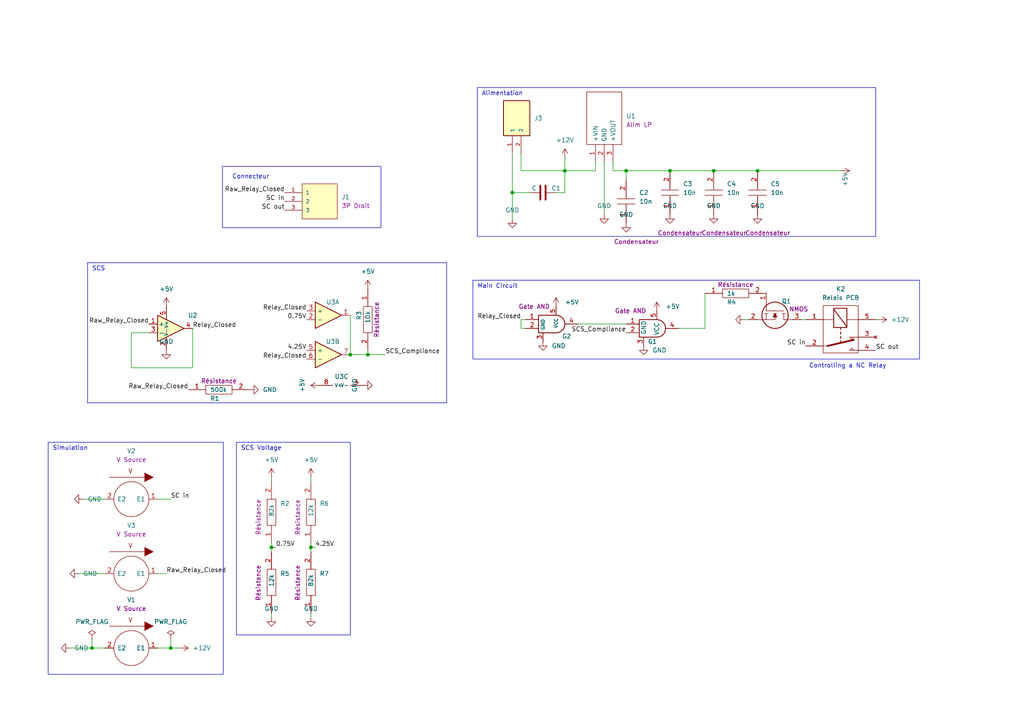
<source format=kicad_sch>
(kicad_sch (version 20231120) (generator "eeschema") (generator_version "8.0")
  (paper "A4")
  (lib_symbols
    (symbol "Device:C" (pin_numbers hide) (pin_names (offset 0.254))
      (property "Reference" "C" (at 0.635 2.54 0))
      (property "Value" "C" (at 0.635 -2.54 0))
      (symbol "C_0_1"
        (polyline (pts (xy -2.032 -0.762) (xy 2.032 -0.762)) (stroke (width 0.508)))
        (polyline (pts (xy -2.032 0.762) (xy 2.032 0.762)) (stroke (width 0.508)))
      )
      (symbol "C_1_1"
        (pin passive line (at 0 3.81 270) (length 2.794) (name "~") (number "1"))
        (pin passive line (at 0 -3.81 90) (length 2.794) (name "~") (number "2"))
      )
    )
    (symbol "EPSA_Lib:NMOS SQ2348ES-T1_GE3" (pin_names (offset 0.762))
      (property "Reference" "Q" (at 41.91 12.7 0))
      (property "Render Name" "NMOS" (at 15.875 0.635 0))
      (symbol "NMOS SQ2348ES-T1_GE3_0_0"
        (pin passive line (at 13.335 12.065 270) (length 2.54) (name "~") (number "1"))
        (pin passive line (at 8.255 4.445 0) (length 2.54) (name "~") (number "2"))
        (pin passive line (at 23.495 4.445 180) (length 2.54) (name "~") (number "3"))
      )
      (symbol "NMOS SQ2348ES-T1_GE3_0_1"
        (polyline (pts (xy 12.827 6.223) (xy 13.843 6.223)) (stroke (width 0.1524)))
        (polyline (pts (xy 13.335 6.223) (xy 13.335 4.445)) (stroke (width 0.1524)))
        (polyline (pts (xy 15.367 6.223) (xy 16.383 6.223)) (stroke (width 0.1524)))
        (polyline (pts (xy 15.875 4.445) (xy 10.795 4.445)) (stroke (width 0.1524)))
        (polyline (pts (xy 15.875 4.445) (xy 15.875 6.223)) (stroke (width 0.1524)))
        (polyline (pts (xy 18.415 4.445) (xy 18.415 6.223)) (stroke (width 0.1524)))
        (polyline (pts (xy 18.415 4.445) (xy 20.955 4.445)) (stroke (width 0.1524)))
        (polyline (pts (xy 18.923 6.223) (xy 17.907 6.223)) (stroke (width 0.1524)))
        (polyline (pts (xy 13.335 9.525) (xy 13.335 6.985) (xy 18.415 6.985)) (stroke (width 0.1524)))
        (polyline (pts (xy 15.875 6.223) (xy 16.383 5.207) (xy 15.367 5.207) (xy 15.875 6.223)) (stroke (width 0.254)) (fill (type outline)))
        (circle (center 15.875 5.715) (radius 3.81) (stroke (width 0.254)))
      )
    )
    (symbol "EPSA_Lib:Relais PCB" (pin_names (offset 0.762))
      (property "Reference" "K" (at 11.938 11.43 0))
      (property "Value" "Relais PCB" (at 7.62 9.398 0))
      (symbol "Relais PCB_0_1"
        (polyline (pts (xy 7.62 7.874) (xy 17.78 7.874) (xy 17.78 -5.842) (xy 7.62 -5.842) (xy 7.62 7.874)) (stroke (width 0.1524)))
      )
      (symbol "Relais PCB_1_0"
        (pin passive line (at 2.54 3.81 0) (length 5.08) (name "") (number "1"))
        (pin passive line (at 2.54 -3.81 0) (length 5.08) (name "") (number "2"))
        (pin no_connect line (at 22.86 -1.27 180) (length 5.08) (name "") (number "3"))
        (pin passive line (at 22.86 -5.08 180) (length 5.08) (name "") (number "4"))
        (pin passive line (at 22.86 3.81 180) (length 5.08) (name "") (number "5"))
      )
      (symbol "Relais PCB_1_1"
        (polyline (pts (xy 8.89 -3.81) (xy 7.62 -3.81)))
        (polyline (pts (xy 8.89 -3.81) (xy 16.51 -2.032)) (stroke (width 0.508)))
        (polyline (pts (xy 10.668 3.81) (xy 7.62 3.81)))
        (polyline (pts (xy 10.668 6.858) (xy 14.478 1.778)) (stroke (width 0.254)))
        (polyline (pts (xy 12.7 -2.286) (xy 12.7 -2.921)) (stroke (width 0.254)))
        (polyline (pts (xy 12.7 -1.016) (xy 12.7 -1.651)) (stroke (width 0.254)))
        (polyline (pts (xy 12.7 0.254) (xy 12.7 -0.381)) (stroke (width 0.254)))
        (polyline (pts (xy 12.7 1.524) (xy 12.7 0.889)) (stroke (width 0.254)))
        (polyline (pts (xy 17.78 -5.08) (xy 16.51 -5.08)))
        (polyline (pts (xy 17.78 -1.27) (xy 16.51 -1.27)))
        (polyline (pts (xy 17.78 3.81) (xy 14.478 3.81)))
        (polyline (pts (xy 15.24 -5.08) (xy 16.51 -5.08) (xy 15.875 -4.445) (xy 15.24 -5.08)))
        (polyline (pts (xy 16.51 -1.27) (xy 15.24 -1.27) (xy 15.875 -1.905) (xy 16.51 -1.27)))
        (rectangle (start 10.668 7.112) (end 14.478 1.524) (stroke (width 0.254)))
      )
    )
    (symbol "EPSA_lib:2P Droit 22-11-2022" (pin_names (offset 1.016))
      (property "Reference" "J" (at 0 -2.54 0))
      (symbol "2P Droit 22-11-2022_0_0"
        (rectangle (start -5.08 2.54) (end 5.08 -5.08) (stroke (width 0.254)) (fill (type background)))
        (pin passive line (at -10.16 0 0) (length 5.08) (name "1") (number "1"))
        (pin passive line (at -10.16 -2.54 0) (length 5.08) (name "2") (number "2"))
      )
    )
    (symbol "EPSA_lib:3P Droit 22-11-2032" (pin_names (offset 1.016))
      (property "Reference" "J" (at 0 -1.27 0))
      (property "Render Name" "3P Droit" (at 0 6.35 0))
      (symbol "3P Droit 22-11-2032_0_0"
        (rectangle (start -5.08 -5.08) (end 5.08 5.08) (stroke (width 0.1524)) (fill (type background)))
        (pin passive line (at -10.16 2.54 0) (length 5.08) (name "1") (number "1"))
        (pin passive line (at -10.16 0 0) (length 5.08) (name "2") (number "2"))
        (pin passive line (at -10.16 -2.54 0) (length 5.08) (name "3") (number "3"))
      )
    )
    (symbol "EPSA_lib:Alim LP TSR_0.5-2450" (pin_names (offset 0.762))
      (property "Reference" "U" (at 20.32 11.43 0))
      (property "Render Name" "Alim LP" (at 11.43 8.89 0))
      (symbol "Alim LP TSR_0.5-2450_0_0"
        (pin passive line (at -1.27 5.08 0) (length 5.08) (name "+VIN") (number "1"))
        (pin passive line (at -1.27 2.54 0) (length 5.08) (name "GND") (number "2"))
        (pin passive line (at -1.27 0 0) (length 5.08) (name "+VOUT") (number "3"))
      )
      (symbol "Alim LP TSR_0.5-2450_0_1"
        (polyline (pts (xy 3.81 7.62) (xy 19.05 7.62) (xy 19.05 -2.54) (xy 3.81 -2.54) (xy 3.81 7.62)) (stroke (width 0.1524)))
      )
    )
    (symbol "EPSA_lib:Comparator_Dual"
      (property "Reference" "CP" (at 7.62 -2.54 0))
      (symbol "Comparator_Dual_1_1"
        (polyline (pts (xy 0 3.81) (xy 0 -3.81) (xy 7.62 0) (xy 0 3.81)) (stroke (width 0.254)) (fill (type background)))
        (pin open_collector line (at 10.16 0 180) (length 2.54) (name "~") (number "1"))
        (pin input line (at -2.54 -1.27 0) (length 2.54) (name "-") (number "2"))
        (pin input line (at -2.54 1.27 0) (length 2.54) (name "+") (number "3"))
      )
      (symbol "Comparator_Dual_2_1"
        (polyline (pts (xy 0 3.81) (xy 7.62 0) (xy 0 -3.81) (xy 0 3.81)) (stroke (width 0.254)) (fill (type background)))
        (pin input line (at -2.54 1.27 0) (length 2.54) (name "+") (number "5"))
        (pin input line (at -2.54 -1.27 0) (length 2.54) (name "-") (number "6"))
        (pin open_collector line (at 10.16 0 180) (length 2.54) (name "~") (number "7"))
      )
      (symbol "Comparator_Dual_3_1"
        (pin power_in line (at 0 -6.35 90) (length 3.81) (name "V-") (number "4"))
        (pin power_in line (at 0 6.35 270) (length 3.81) (name "V+") (number "8"))
      )
    )
    (symbol "EPSA_lib:Condensateur 0805Y1000104JXT" (pin_names (offset 0.762))
      (property "Reference" "C" (at 1.5 -1.8 0))
      (property "Value" "10u" (at 11.43 -2.54 0))
      (property "Render Name" "Condensateur" (at 6.35 3.81 0))
      (symbol "Condensateur 0805Y1000104JXT_0_0"
        (pin passive line (at 0 0 0) (length 5.08) (name "~") (number "1"))
        (pin passive line (at 12.7 0 180) (length 5.08) (name "~") (number "2"))
      )
      (symbol "Condensateur 0805Y1000104JXT_0_1"
        (polyline (pts (xy 5.08 0) (xy 5.588 0)) (stroke (width 0.1524)))
        (polyline (pts (xy 5.588 2.54) (xy 5.588 -2.54)) (stroke (width 0.1524)))
        (polyline (pts (xy 7.112 0) (xy 7.62 0)) (stroke (width 0.1524)))
        (polyline (pts (xy 7.112 2.54) (xy 7.112 -2.54)) (stroke (width 0.1524)))
      )
    )
    (symbol "EPSA_lib:Gate AND SN74AHCT1G08DBVR" (pin_names (offset 0.762))
      (property "Reference" "G" (at 2.54 -3.81 0))
      (property "Render Name" "Gate AND" (at -1.27 5.08 0))
      (symbol "Gate AND SN74AHCT1G08DBVR_1_1"
        (polyline (pts (xy 5.08 -2.54) (xy 0 -2.54) (xy 0 2.54) (xy 5.08 2.54)) (stroke (width 0.254)))
        (arc (start 5.1025 -2.54) (mid 7.6201 0) (end 5.1025 2.54) (stroke (width 0.254)))
        (pin input line (at -3.81 1.27 0) (length 3.81) (name "~") (number "1"))
        (pin input line (at -3.81 -1.27 0) (length 3.81) (name "~") (number "2"))
        (pin power_in line (at 1.27 -5.08 90) (length 2.54) (name "GND") (number "3"))
        (pin output line (at 11.43 0 180) (length 3.81) (name "~") (number "4"))
        (pin power_in line (at 5.08 5.08 270) (length 2.54) (name "VCC") (number "5"))
      )
    )
    (symbol "EPSA_lib:Opamp" (pin_names (offset 0.254))
      (property "Reference" "U" (at 2.54 2.54 0))
      (symbol "Opamp_0_1"
        (polyline (pts (xy 5.08 0) (xy -2.54 3.81) (xy -2.54 -3.81) (xy 5.08 0)) (stroke (width 0.254)) (fill (type background)))
      )
      (symbol "Opamp_1_1"
        (pin input line (at -5.08 1.27 0) (length 2.54) (name "+") (number "1"))
        (pin power_in line (at 0 -6.35 90) (length 3.81) (name "V-") (number "2"))
        (pin input line (at -5.08 -1.27 0) (length 2.54) (name "-") (number "3"))
        (pin output line (at 7.62 0 180) (length 2.54) (name "~") (number "4"))
        (pin power_in line (at 0 6.35 270) (length 3.81) (name "V+") (number "5"))
      )
    )
    (symbol "EPSA_lib:Résistance RK73H2BLTDD2152F" (pin_names (offset 0.762))
      (property "Reference" "R" (at 25.4 5.08 0))
      (property "Value" "10" (at 7.62 0 0))
      (property "Render Name" "Résistance" (at 8.89 2.54 0))
      (symbol "Résistance RK73H2BLTDD2152F_0_0"
        (pin passive line (at 0 0 0) (length 5.08) (name "~") (number "1"))
        (pin passive line (at 17.78 0 180) (length 5.08) (name "~") (number "2"))
      )
      (symbol "Résistance RK73H2BLTDD2152F_0_1"
        (polyline (pts (xy 5.08 1.27) (xy 12.7 1.27) (xy 12.7 -1.27) (xy 5.08 -1.27) (xy 5.08 1.27)) (stroke (width 0.1524)))
      )
    )
    (symbol "EPSA_lib:VSOURCE" (pin_names (offset 1.016)) (in_bom no) (on_board no)
      (property "Reference" "V" (at 8.89 12.7 0))
      (property "Render Name" "V Source" (at -1.27 10.16 0))
      (symbol "VSOURCE_0_1"
        (circle (center -1.27 0) (radius 5.08))
        (polyline (pts (xy -7.62 6.35) (xy 2.54 6.35)) (fill (type outline)))
        (polyline (pts (xy 2.54 7.62) (xy 5.08 6.35) (xy 2.54 5.08)) (fill (type outline)))
        (text "V" (at -1.524 8.128 0) (effects (font (size 1.27 1.27))))
      )
      (symbol "VSOURCE_1_1"
        (pin input line (at 6.35 0 180) (length 2.54) (name "E1") (number "1"))
        (pin input line (at -8.89 0 0) (length 2.54) (name "E2") (number "2"))
      )
    )
    (symbol "Gate AND SN74AHCT1G08DBVR_1" (pin_names (offset 0.762))
      (property "Reference" "G" (at 2.54 -3.81 0))
      (symbol "Gate AND SN74AHCT1G08DBVR_1_1_1"
        (polyline (pts (xy 5.08 -2.54) (xy 0 -2.54) (xy 0 2.54) (xy 5.08 2.54)) (stroke (width 0.254)))
        (arc (start 5.1025 -2.54) (mid 7.6201 0) (end 5.1025 2.54) (stroke (width 0.254)))
        (pin input line (at -3.81 1.27 0) (length 3.81) (name "~") (number "1"))
        (pin input line (at -3.81 -1.27 0) (length 3.81) (name "~") (number "2"))
        (pin power_in line (at 1.27 -5.08 90) (length 2.54) (name "GND") (number "3"))
        (pin output line (at 11.43 0 180) (length 3.81) (name "~") (number "4"))
        (pin power_in line (at 5.08 5.08 270) (length 2.54) (name "VCC") (number "5"))
      )
    )
    (symbol "Résistance RK73H2BLTDD2152F_1" (pin_names (offset 0.762))
      (property "Reference" "R" (at 25.4 5.08 0))
      (property "Value" "10" (at 7.62 0 0))
      (property "Render Name" "Résistance" (at 8.89 2.54 0))
      (symbol "Résistance RK73H2BLTDD2152F_1_0_0"
        (pin passive line (at 0 0 0) (length 5.08) (name "~") (number "1"))
        (pin passive line (at 17.78 0 180) (length 5.08) (name "~") (number "2"))
      )
      (symbol "Résistance RK73H2BLTDD2152F_1_0_1"
        (polyline (pts (xy 5.08 1.27) (xy 12.7 1.27) (xy 12.7 -1.27) (xy 5.08 -1.27) (xy 5.08 1.27)) (stroke (width 0.1524)))
      )
    )
    (symbol "Résistance RK73H2BLTDD2152F_3" (pin_names (offset 0.762))
      (property "Reference" "R" (at 25.4 5.08 0))
      (property "Value" "10" (at 7.62 0 0))
      (property "Render Name" "Résistance" (at 8.89 2.54 0))
      (symbol "Résistance RK73H2BLTDD2152F_3_0_0"
        (pin passive line (at 0 0 0) (length 5.08) (name "~") (number "1"))
        (pin passive line (at 17.78 0 180) (length 5.08) (name "~") (number "2"))
      )
      (symbol "Résistance RK73H2BLTDD2152F_3_0_1"
        (polyline (pts (xy 5.08 1.27) (xy 12.7 1.27) (xy 12.7 -1.27) (xy 5.08 -1.27) (xy 5.08 1.27)) (stroke (width 0.1524)))
      )
    )
    (symbol "Résistance RK73H2BLTDD2152F_4" (pin_names (offset 0.762))
      (property "Reference" "R" (at 25.4 5.08 0))
      (property "Value" "10" (at 7.62 0 0))
      (property "Render Name" "Résistance" (at 8.89 2.54 0))
      (symbol "Résistance RK73H2BLTDD2152F_4_0_0"
        (pin passive line (at 0 0 0) (length 5.08) (name "~") (number "1"))
        (pin passive line (at 17.78 0 180) (length 5.08) (name "~") (number "2"))
      )
      (symbol "Résistance RK73H2BLTDD2152F_4_0_1"
        (polyline (pts (xy 5.08 1.27) (xy 12.7 1.27) (xy 12.7 -1.27) (xy 5.08 -1.27) (xy 5.08 1.27)) (stroke (width 0.1524)))
      )
    )
    (symbol "Résistance RK73H2BLTDD2152F_5" (pin_names (offset 0.762))
      (property "Reference" "R" (at 25.4 5.08 0))
      (property "Value" "10" (at 7.62 0 0))
      (property "Render Name" "Résistance" (at 8.89 2.54 0))
      (symbol "Résistance RK73H2BLTDD2152F_5_0_0"
        (pin passive line (at 0 0 0) (length 5.08) (name "~") (number "1"))
        (pin passive line (at 17.78 0 180) (length 5.08) (name "~") (number "2"))
      )
      (symbol "Résistance RK73H2BLTDD2152F_5_0_1"
        (polyline (pts (xy 5.08 1.27) (xy 12.7 1.27) (xy 12.7 -1.27) (xy 5.08 -1.27) (xy 5.08 1.27)) (stroke (width 0.1524)))
      )
    )
    (symbol "power:+12V" (power) (pin_names (offset 0))
      (property "Value" "+12V" (at 0 3.556 0))
      (symbol "+12V_0_1"
        (polyline (pts (xy -0.762 1.27) (xy 0 2.54)))
        (polyline (pts (xy 0 0) (xy 0 2.54)))
        (polyline (pts (xy 0 2.54) (xy 0.762 1.27)))
      )
      (symbol "+12V_1_1"
        (pin power_in line (at 0 0 90) (length 0) hide (name "+12V") (number "1"))
      )
    )
    (symbol "power:+5V" (power) (pin_names (offset 0))
      (property "Value" "+5V" (at 0 3.556 0))
      (symbol "+5V_0_1"
        (polyline (pts (xy -0.762 1.27) (xy 0 2.54)))
        (polyline (pts (xy 0 0) (xy 0 2.54)))
        (polyline (pts (xy 0 2.54) (xy 0.762 1.27)))
      )
      (symbol "+5V_1_1"
        (pin power_in line (at 0 0 90) (length 0) hide (name "+5V") (number "1"))
      )
    )
    (symbol "power:GND" (power) (pin_names (offset 0))
      (property "Value" "GND" (at 0 -3.81 0))
      (symbol "GND_0_1"
        (polyline (pts (xy 0 0) (xy 0 -1.27) (xy 1.27 -1.27) (xy 0 -2.54) (xy -1.27 -1.27) (xy 0 -1.27)))
      )
      (symbol "GND_1_1"
        (pin power_in line (at 0 0 270) (length 0) hide (name "GND") (number "1"))
      )
    )
    (symbol "power:PWR_FLAG" (power) (pin_numbers hide) (pin_names (offset 0) hide)
      (property "Value" "PWR_FLAG" (at 0 3.81 0))
      (symbol "PWR_FLAG_0_0"
        (pin power_out line (at 0 0 90) (length 0) (name "pwr") (number "1"))
      )
      (symbol "PWR_FLAG_0_1"
        (polyline (pts (xy 0 0) (xy 0 1.27) (xy -1.016 1.905) (xy 0 2.54) (xy 1.016 1.905) (xy 0 1.27)))
      )
    )
  )
  (junction (at 101.6 102.87))
  (junction (at 148.59 55.88))
  (junction (at 49.53 187.96))
  (junction (at 194.31 49.53))
  (junction (at 78.74 158.75))
  (junction (at 163.83 49.53))
  (junction (at 106.68 102.87))
  (junction (at 26.67 187.96))
  (junction (at 90.17 158.75))
  (junction (at 207.01 49.53))
  (junction (at 219.71 49.53))
  (junction (at 181.61 49.53))
  (wire (pts (xy 207.01 49.53) (xy 219.71 49.53)))
  (wire (pts (xy 177.8 46.99) (xy 177.8 49.53)))
  (wire (pts (xy 181.61 52.07) (xy 181.61 49.53)))
  (wire (pts (xy 167.64 93.98) (xy 181.61 93.98)))
  (wire (pts (xy 151.13 44.45) (xy 151.13 49.53)))
  (wire (pts (xy 38.1 96.52) (xy 38.1 106.68)))
  (wire (pts (xy 161.29 55.88) (xy 163.83 55.88)))
  (wire (pts (xy 172.72 46.99) (xy 172.72 49.53)))
  (wire (pts (xy 196.85 95.25) (xy 204.47 95.25)))
  (wire (pts (xy 78.74 177.8) (xy 78.74 179.07)))
  (wire (pts (xy 45.72 166.37) (xy 48.26 166.37)))
  (wire (pts (xy 254.635 92.71) (xy 254 92.71)))
  (wire (pts (xy 78.74 158.75) (xy 78.74 160.02)))
  (wire (pts (xy 90.17 158.75) (xy 90.17 160.02)))
  (wire (pts (xy 163.83 55.88) (xy 163.83 49.53)))
  (wire (pts (xy 232.41 92.71) (xy 233.68 92.71)))
  (wire (pts (xy 45.72 144.78) (xy 49.53 144.78)))
  (wire (pts (xy 52.07 187.96) (xy 49.53 187.96)))
  (wire (pts (xy 20.32 187.96) (xy 26.67 187.96)))
  (wire (pts (xy 49.53 185.42) (xy 49.53 187.96)))
  (polyline (pts (xy 101.6 184.15) (xy 68.58 184.15)))
  (wire (pts (xy 26.67 187.96) (xy 30.48 187.96)))
  (polyline (pts (xy 129.54 76.2) (xy 25.4 76.2)))
  (wire (pts (xy 172.72 49.53) (xy 163.83 49.53)))
  (wire (pts (xy 175.26 46.99) (xy 175.26 62.23)))
  (polyline (pts (xy 101.6 128.27) (xy 101.6 184.15)))
  (wire (pts (xy 90.17 177.8) (xy 90.17 179.07)))
  (wire (pts (xy 177.8 49.53) (xy 181.61 49.53)))
  (polyline (pts (xy 25.4 116.84) (xy 129.54 116.84)))
  (wire (pts (xy 26.67 185.42) (xy 26.67 187.96)))
  (wire (pts (xy 90.17 138.43) (xy 90.17 139.7)))
  (wire (pts (xy 38.1 106.68) (xy 55.88 106.68)))
  (wire (pts (xy 194.31 49.53) (xy 207.01 49.53)))
  (wire (pts (xy 148.59 44.45) (xy 148.59 55.88)))
  (wire (pts (xy 151.13 92.71) (xy 151.13 95.25)))
  (polyline (pts (xy 138.43 25.4) (xy 138.43 68.58)))
  (wire (pts (xy 101.6 102.87) (xy 106.68 102.87)))
  (wire (pts (xy 45.72 187.96) (xy 49.53 187.96)))
  (wire (pts (xy 151.13 95.25) (xy 152.4 95.25)))
  (wire (pts (xy 22.86 166.37) (xy 30.48 166.37)))
  (wire (pts (xy 163.83 45.72) (xy 163.83 49.53)))
  (polyline (pts (xy 254 25.4) (xy 138.43 25.4)))
  (polyline (pts (xy 68.58 128.27) (xy 101.6 128.27)))
  (wire (pts (xy 151.13 49.53) (xy 163.83 49.53)))
  (polyline (pts (xy 129.54 116.84) (xy 129.54 76.2)))
  (wire (pts (xy 148.59 55.88) (xy 153.67 55.88)))
  (wire (pts (xy 90.17 157.48) (xy 90.17 158.75)))
  (wire (pts (xy 151.13 92.71) (xy 152.4 92.71)))
  (wire (pts (xy 204.47 95.25) (xy 204.47 85.09)))
  (wire (pts (xy 78.74 138.43) (xy 78.74 139.7)))
  (wire (pts (xy 78.74 157.48) (xy 78.74 158.75)))
  (polyline (pts (xy 138.43 68.58) (xy 254 68.58)))
  (wire (pts (xy 55.88 95.25) (xy 55.88 106.68)))
  (polyline (pts (xy 25.4 76.2) (xy 25.4 116.84)))
  (wire (pts (xy 30.48 144.78) (xy 24.13 144.78)))
  (polyline (pts (xy 68.58 128.27) (xy 68.58 184.15)))
  (wire (pts (xy 90.17 158.75) (xy 91.44 158.75)))
  (wire (pts (xy 219.71 49.53) (xy 243.84 49.53)))
  (wire (pts (xy 106.68 102.87) (xy 111.76 102.87)))
  (wire (pts (xy 43.18 96.52) (xy 38.1 96.52)))
  (wire (pts (xy 78.74 158.75) (xy 80.01 158.75)))
  (wire (pts (xy 101.6 91.44) (xy 101.6 102.87)))
  (wire (pts (xy 181.61 49.53) (xy 194.31 49.53)))
  (wire (pts (xy 215.9 92.71) (xy 217.17 92.71)))
  (wire (pts (xy 106.68 102.87) (xy 106.68 101.6)))
  (wire (pts (xy 148.59 55.88) (xy 148.59 63.5)))
  (polyline (pts (xy 254 68.58) (xy 254 25.4)))
  (rectangle (start 64.516 48.26) (end 110.49 66.04))
  (rectangle (start 13.97 128.27) (end 64.77 195.58))
  (rectangle (start 137.16 81.28) (end 266.7 104.14))
  (text "Simulation" (at 15.24 130.81 0) (effects (font (size 1.27 1.27)) (justify left bottom)))
  (text "Connecteur" (at 67.31 52.07 0) (effects (font (size 1.27 1.27)) (justify left bottom)))
  (text "SCS Voltage" (at 69.85 130.81 0) (effects (font (size 1.27 1.27)) (justify left bottom)))
  (text "Alimentation\n" (at 139.7 27.94 0) (effects (font (size 1.27 1.27)) (justify left bottom)))
  (text "Main Circuit" (at 138.43 83.82 0) (effects (font (size 1.27 1.27)) (justify left bottom)))
  (text "SCS\n" (at 26.67 78.74 0) (effects (font (size 1.27 1.27)) (justify left bottom)))
  (text "Controlling a NC Relay" (at 245.872 106.172 0) (effects (font (size 1.27 1.27))))
  (label "SC in" (at 82.55 58.42 180))
  (label "Relay_Closed" (at 88.9 90.17 180))
  (label "Raw_Relay_Closed" (at 54.61 113.03 180))
  (label "Relay_Closed" (at 88.9 104.14 180))
  (label "0.75V" (at 80.01 158.75 0))
  (label "SC out" (at 82.55 60.96 180))
  (label "4.25V" (at 91.44 158.75 0))
  (label "SC in" (at 49.53 144.78 0))
  (label "SCS_Compliance" (at 181.61 96.52 180))
  (label "4.25V" (at 88.9 101.6 180))
  (label "Raw_Relay_Closed" (at 48.26 166.37 0))
  (label "SCS_Compliance" (at 111.76 102.87 0))
  (label "Relay_Closed" (at 151.13 92.71 180))
  (label "Raw_Relay_Closed" (at 82.55 55.88 180))
  (label "Raw_Relay_Closed" (at 43.18 93.98 180))
  (label "0.75V" (at 88.9 92.71 180))
  (label "SC in" (at 233.68 100.33 180))
  (label "SC out" (at 254 101.6 0))
  (label "Relay_Closed" (at 55.88 95.25 0))
  (symbol (lib_id "power:GND") (at 175.26 62.23 0) (unit 1)
    (property "Reference" "#GND02" (effects (hide yes)))
    (property "Value" "GND" (at 175.26 59.69 0))
  )
  (symbol (lib_id "power:GND") (at 207.01 62.23 0) (unit 1)
    (property "Reference" "#GND010" (effects (hide yes)))
    (property "Value" "GND" (at 207.01 59.69 0))
  )
  (symbol (lib_id "power:+12V") (at 254.635 92.71 270) (unit 1)
    (property "Reference" "#PWR017" (effects (hide yes)))
    (property "Value" "+12V" (at 258.445 92.7099 90) (effects (justify left)))
    (property "Description" "Power symbol creates a global label with name \"+12V\"" (effects (hide yes)))
  )
  (symbol (lib_id "power:GND") (at 90.17 179.07 0) (unit 1)
    (property "Reference" "#GND08" (effects (hide yes)))
    (property "Value" "GND" (at 90.17 176.53 0))
  )
  (symbol (lib_id "power:GND") (at 215.9 92.71 270) (unit 1)
    (property "Reference" "#GND012" (effects (hide yes)))
    (property "Value" "GND" (effects (hide yes)))
    (property "Description" "Power symbol creates a global label with name \"GND\" , ground" (effects (hide yes)))
  )
  (symbol (lib_id "EPSA_lib:Comparator_Dual") (at 91.44 102.87 0) (unit 2)
    (property "Reference" "U3" (at 96.52 99.06 0))
    (property "Value" "Opamp_Dual" (effects (hide yes)))
    (property "Footprint" "Package_SO:TSSOP-8_4.4x3mm_P0.65mm" (effects (hide yes)))
    (property "Datasheet" "https://www.ti.com/lit/gpn/lmv339" (effects (hide yes)))
    (property "Description" "Dual comparator" (effects (hide yes)))
    (property "Manufacturer_Name" "Texas Instruments" (effects (hide yes)))
    (property "Manufacturer_Part_Number" "LMV393IPWR" (effects (hide yes)))
    (property "Mouser Part Number" "595-LMV393IPWR" (effects (hide yes)))
    (property "Sim.Library" "${SP_BASIC}\\Comp_lm393lv.lib" (effects (hide yes)))
    (property "Sim.Name" "LM393LV_Dual" (effects (hide yes)))
    (property "Sim.Device" "SUBCKT" (effects (hide yes)))
    (property "Sim.Pins" "1=OUT1 2=IN1- 3=IN1+ 4=GND 5=IN2+ 6=IN2- 7=OUT2 8=V+" (effects (hide yes)))
  )
  (symbol (lib_id "power:GND") (at 22.86 166.37 270) (unit 1)
    (property "Reference" "#PWR04" (effects (hide yes)))
    (property "Value" "GND" (at 24.13 166.37 90) (effects (justify left)))
  )
  (symbol (lib_id "EPSA_lib:Résistance RK73H2BLTDD2152F") (at 54.61 113.03 0) (unit 1)
    (property "Reference" "R1" (at 60.96 115.57 0) (effects (justify left)))
    (property "Value" "500k" (at 60.96 113.03 0) (effects (justify left)))
    (property "Footprint" "EPSA_lib:RESC3216X70N" (effects (hide yes)))
    (property "Datasheet" "http://www.koaspeer.com/catimages/Products/RK73H/RK73H.pdf" (effects (hide yes)))
    (property "Description" "Thick Film Resistors - SMD" (effects (hide yes)))
    (property "Height" "0.7" (effects (hide yes)))
    (property "Manufacturer_Name" "KOA Speer" (effects (hide yes)))
    (property "Manufacturer_Part_Number" "RK73H2BLTDD2152F" (effects (hide yes)))
    (property "Mouser Part Number" "N/A" (effects (hide yes)))
    (property "Mouser Price/Stock" "https://www.mouser.co.uk/ProductDetail/KOA-Speer/RK73H2BLTDD2152F?qs=WeIALVmW3zmyxMFsjVzMRw%3D%3D" (effects (hide yes)))
    (property "Sim.Device" "R" (effects (hide yes)))
    (property "Sim.Params" "type=\"R\" model=\"10k\" lib=\"\"" (effects (hide yes)))
    (property "Sim.Pins" "1=+ 2=-" (effects (hide yes)))
    (property "Render Name" "Résistance" (at 63.5 110.49 0))
  )
  (symbol (lib_id "power:+5V") (at 78.74 138.43 0) (unit 1)
    (property "Reference" "#PWR03" (effects (hide yes)))
    (property "Value" "+5V" (at 78.74 133.35 0))
  )
  (symbol (lib_name "Résistance RK73H2BLTDD2152F_3") (lib_id "EPSA_lib:Résistance RK73H2BLTDD2152F") (at 90.17 177.8 90) (unit 1)
    (property "Reference" "R7" (at 92.71 166.3699 90) (effects (justify right)))
    (property "Value" "82k" (at 90.17 170.18 0) (effects (justify left)))
    (property "Footprint" "EPSA_lib:RESC3216X70N" (effects (hide yes)))
    (property "Datasheet" "http://www.koaspeer.com/catimages/Products/RK73H/RK73H.pdf" (effects (hide yes)))
    (property "Description" "Thick Film Resistors - SMD" (effects (hide yes)))
    (property "Height" "0.7" (effects (hide yes)))
    (property "Manufacturer_Name" "KOA Speer" (effects (hide yes)))
    (property "Manufacturer_Part_Number" "RK73H2BLTDD2152F" (effects (hide yes)))
    (property "Mouser Part Number" "N/A" (effects (hide yes)))
    (property "Mouser Price/Stock" "https://www.mouser.co.uk/ProductDetail/KOA-Speer/RK73H2BLTDD2152F?qs=WeIALVmW3zmyxMFsjVzMRw%3D%3D" (effects (hide yes)))
    (property "Render Name" "Résistance" (at 86.36 163.83 0) (effects (justify right)))
    (property "Sim.Device" "R" (effects (hide yes)))
    (property "Sim.Params" "type=\"R\" model=\"8k\" lib=\"\"" (effects (hide yes)))
    (property "Sim.Pins" "1=+ 2=-" (effects (hide yes)))
  )
  (symbol (lib_name "Résistance RK73H2BLTDD2152F_4") (lib_id "EPSA_lib:Résistance RK73H2BLTDD2152F") (at 78.74 177.8 90) (unit 1)
    (property "Reference" "R5" (at 81.28 166.3699 90) (effects (justify right)))
    (property "Value" "12k" (at 78.74 170.18 0) (effects (justify left)))
    (property "Footprint" "EPSA_lib:RESC3216X70N" (effects (hide yes)))
    (property "Datasheet" "http://www.koaspeer.com/catimages/Products/RK73H/RK73H.pdf" (effects (hide yes)))
    (property "Description" "Thick Film Resistors - SMD" (effects (hide yes)))
    (property "Height" "0.7" (effects (hide yes)))
    (property "Manufacturer_Name" "KOA Speer" (effects (hide yes)))
    (property "Manufacturer_Part_Number" "RK73H2BLTDD2152F" (effects (hide yes)))
    (property "Mouser Part Number" "N/A" (effects (hide yes)))
    (property "Mouser Price/Stock" "https://www.mouser.co.uk/ProductDetail/KOA-Speer/RK73H2BLTDD2152F?qs=WeIALVmW3zmyxMFsjVzMRw%3D%3D" (effects (hide yes)))
    (property "Render Name" "Résistance" (at 74.93 163.83 0) (effects (justify right)))
    (property "Sim.Device" "R" (effects (hide yes)))
    (property "Sim.Params" "type=\"R\" model=\"2k\" lib=\"\"" (effects (hide yes)))
    (property "Sim.Pins" "1=+ 2=-" (effects (hide yes)))
  )
  (symbol (lib_id "power:GND") (at 194.31 62.23 0) (unit 1)
    (property "Reference" "#GND09" (effects (hide yes)))
    (property "Value" "GND" (at 194.31 59.69 0))
  )
  (symbol (lib_id "EPSA_lib:VSOURCE") (at 39.37 187.96 0) (unit 1) (in_bom no) (on_board no)
    (property "Reference" "V1" (at 38.1 173.99 0))
    (property "Value" "12" (effects (hide yes)))
    (property "Sim.Pins" "1=+ 2=-" (effects (hide yes)))
    (property "Sim.Type" "DC" (effects (hide yes)))
    (property "Sim.Device" "V" (effects (hide yes)))
    (property "Render Name" "V Source" (at 38.1 176.53 0))
  )
  (symbol (lib_id "power:+5V") (at 161.29 88.9 0) (unit 1)
    (property "Reference" "#PWR09" (effects (hide yes)))
    (property "Value" "+5V" (at 163.83 87.63 0) (effects (justify left)))
  )
  (symbol (lib_id "power:GND") (at 24.13 144.78 270) (unit 1)
    (property "Reference" "#PWR02" (effects (hide yes)))
    (property "Value" "GND" (at 25.4 144.78 90) (effects (justify left)))
  )
  (symbol (lib_id "power:+5V") (at 243.84 49.53 270) (unit 1)
    (property "Reference" "#PWR013" (effects (hide yes)))
    (property "Value" "+5V" (at 245.11 52.07 0))
  )
  (symbol (lib_id "power:GND") (at 20.32 187.96 270) (unit 1)
    (property "Reference" "#PWR01" (effects (hide yes)))
    (property "Value" "GND" (at 21.59 187.96 90) (effects (justify left)))
  )
  (symbol (lib_id "power:+12V") (at 163.83 45.72 0) (unit 1)
    (property "Reference" "#PWR012" (effects (hide yes)))
    (property "Value" "+12V" (at 163.83 40.64 0))
  )
  (symbol (lib_id "power:+5V") (at 48.26 88.9 0) (unit 1)
    (property "Reference" "#PWR07" (effects (hide yes)))
    (property "Value" "+5V" (at 48.26 83.82 0))
  )
  (symbol (lib_id "EPSA_lib:Condensateur 0805Y1000104JXT") (at 219.71 62.23 90) (unit 1)
    (property "Reference" "C5" (at 223.52 53.34 90) (effects (justify right)))
    (property "Value" "10n" (at 223.52 55.88 90) (effects (justify right)))
    (property "Footprint" "EPSA_lib:CAPC2012X130N" (effects (hide yes)))
    (property "Datasheet" "http://docs-europe.electrocomponents.com/webdocs/119d/0900766b8119d7bc.pdf" (effects (hide yes)))
    (property "Description" "Syfer 0805 Ceramic Chip Capacitors" (effects (hide yes)))
    (property "Sim.Pins" "1=+ 2=-" (effects (hide yes)))
    (property "Sim.Device" "C" (effects (hide yes)))
    (property "Height" "1.3" (effects (hide yes)))
    (property "Manufacturer_Name" "Syfer" (effects (hide yes)))
    (property "Manufacturer_Part_Number" "0805Y1000104JXT" (effects (hide yes)))
    (property "Render Name" "Condensateur" (at 216.154 67.564 90) (effects (justify right)))
  )
  (symbol (lib_id "power:PWR_FLAG") (at 26.67 185.42 0) (unit 1)
    (property "Reference" "#FLG04" (effects (hide yes)))
    (property "Value" "PWR_FLAG" (at 26.67 180.34 0))
  )
  (symbol (lib_id "power:GND") (at 72.39 113.03 90) (unit 1)
    (property "Reference" "#GND06" (effects (hide yes)))
    (property "Value" "GND" (at 76.2 113.03 90) (effects (justify right)))
  )
  (symbol (lib_id "EPSA_lib:Condensateur 0805Y1000104JXT") (at 194.31 62.23 90) (unit 1)
    (property "Reference" "C3" (at 198.12 53.34 90) (effects (justify right)))
    (property "Value" "10n" (at 198.12 55.88 90) (effects (justify right)))
    (property "Footprint" "EPSA_lib:CAPC2012X130N" (effects (hide yes)))
    (property "Datasheet" "http://docs-europe.electrocomponents.com/webdocs/119d/0900766b8119d7bc.pdf" (effects (hide yes)))
    (property "Description" "Syfer 0805 Ceramic Chip Capacitors" (effects (hide yes)))
    (property "Sim.Pins" "1=+ 2=-" (effects (hide yes)))
    (property "Sim.Device" "C" (effects (hide yes)))
    (property "Height" "1.3" (effects (hide yes)))
    (property "Manufacturer_Name" "Syfer" (effects (hide yes)))
    (property "Manufacturer_Part_Number" "0805Y1000104JXT" (effects (hide yes)))
    (property "Render Name" "Condensateur" (at 190.754 67.564 90) (effects (justify right)))
  )
  (symbol (lib_id "power:GND") (at 78.74 179.07 0) (unit 1)
    (property "Reference" "#GND07" (effects (hide yes)))
    (property "Value" "GND" (at 78.74 176.53 0))
  )
  (symbol (lib_id "EPSA_Lib:Relais PCB") (at 231.14 96.52 0) (unit 1)
    (property "Reference" "K2" (at 243.84 83.82 0))
    (property "Value" "Relais PCB" (at 243.84 86.36 0))
    (property "Footprint" "EPSA_lib:CP112V" (effects (hide yes)))
    (property "Datasheet" "https://www3.panasonic.biz/ac/e/uacs/download/index.jsp?c=vehicle_download" (effects (hide yes)))
    (property "Description" "PANASONIC ELECTRIC WORKS - CP1-12V - RELAY, AUTOMOTIVE, SPDT, 14VDC, 20A" (effects (hide yes)))
    (property "Height" "9.5" (effects (hide yes)))
    (property "Mouser Part Number" "769-CP1-12V" (effects (hide yes)))
    (property "Mouser Price/Stock" "https://www.mouser.co.uk/ProductDetail/Panasonic-Industrial-Devices/CP1-12V?qs=mTeSeKeuVA7dPPafy7M16g%3D%3D" (effects (hide yes)))
    (property "Manufacturer_Name" "Panasonic" (effects (hide yes)))
    (property "Manufacturer_Part_Number" "CP1-12V" (effects (hide yes)))
  )
  (symbol (lib_id "EPSA_Lib:NMOS SQ2348ES-T1_GE3") (at 208.915 97.155 0) (unit 1)
    (property "Reference" "Q1" (at 228.092 87.376 0))
    (property "Value" "NMOS SQ2348ES-T1_GE3" (effects (hide yes)))
    (property "Footprint" "EPSA_lib:SOT95P237X112-3N" (effects (hide yes)))
    (property "Datasheet" "http://www.vishay.com/docs/63706/sq2348es.pdf" (effects (hide yes)))
    (property "Description" "VISHAY - SQ2348ES-T1_GE3 - MOSFET, AEC-Q101, N-CH, 30V, SOT-23" (effects (hide yes)))
    (property "Sim.Pins" "3=1 1=2 2=3" (effects (hide yes)))
    (property "Sim.Device" "SPICE" (effects (hide yes)))
    (property "Sim.Params" "type=\"X\" model=\"SQ2348ES\" lib=\"${EPSA_lib}\\SpiceModel\\NMOS_SQ2348ES_PS Rev A.LIB\"" (effects (hide yes)))
    (property "Height" "1.12" (effects (hide yes)))
    (property "Manufacturer_Name" "Vishay" (effects (hide yes)))
    (property "Manufacturer_Part_Number" "SQ2348ES-T1_GE3" (effects (hide yes)))
    (property "Mouser Part Number" "781-SQ2348ES-T1_GE3" (effects (hide yes)))
    (property "Mouser Price/Stock" "https://www.mouser.co.uk/ProductDetail/Vishay-Siliconix/SQ2348ES-T1_GE3?qs=jHkklCh7amgC88blremf%252Bw%3D%3D" (effects (hide yes)))
    (property "Render Name" "NMOS" (at 231.648 89.662 0))
  )
  (symbol (lib_id "EPSA_lib:Résistance RK73H2BLTDD2152F") (at 204.47 85.09 0) (unit 1)
    (property "Reference" "R4" (at 210.82 87.63 0) (effects (justify left)))
    (property "Value" "1k" (at 210.82 85.09 0) (effects (justify left)))
    (property "Footprint" "EPSA_lib:RESC3216X70N" (effects (hide yes)))
    (property "Datasheet" "http://www.koaspeer.com/catimages/Products/RK73H/RK73H.pdf" (effects (hide yes)))
    (property "Description" "Thick Film Resistors - SMD" (effects (hide yes)))
    (property "Height" "0.7" (effects (hide yes)))
    (property "Manufacturer_Name" "KOA Speer" (effects (hide yes)))
    (property "Manufacturer_Part_Number" "RK73H2BLTDD2152F" (effects (hide yes)))
    (property "Mouser Part Number" "N/A" (effects (hide yes)))
    (property "Mouser Price/Stock" "https://www.mouser.co.uk/ProductDetail/KOA-Speer/RK73H2BLTDD2152F?qs=WeIALVmW3zmyxMFsjVzMRw%3D%3D" (effects (hide yes)))
    (property "Sim.Device" "R" (effects (hide yes)))
    (property "Sim.Params" "type=\"R\" model=\"10k\" lib=\"\"" (effects (hide yes)))
    (property "Sim.Pins" "1=+ 2=-" (effects (hide yes)))
    (property "Render Name" "Résistance" (at 213.36 82.55 0))
  )
  (symbol (lib_id "EPSA_lib:Opamp") (at 48.26 95.25 0) (unit 1)
    (property "Reference" "U2" (at 55.88 91.4714 0))
    (property "Value" "${SIM.PARAMS}" (effects (hide yes)))
    (property "Footprint" "Package_TO_SOT_SMD:SOT-353_SC-70-5_Handsoldering" (effects (hide yes)))
    (property "Datasheet" "https://www.ti.com/lit/gpn/tlv9064-q1" (effects (hide yes)))
    (property "Description" "Operational amplifier, single, node sequence=1:+ 2:- 3:OUT 4:V+ 5:V-" (effects (hide yes)))
    (property "Manufacturer_Name" "Texas Instruments" (effects (hide yes)))
    (property "Manufacturer_Part_Number" "TLV9061QDCKRQ1" (effects (hide yes)))
    (property "Mouser Part Number" " 595-TLV9061QDCKRQ1 " (effects (hide yes)))
  )
  (symbol (lib_id "EPSA_lib:Comparator_Dual") (at 91.44 91.44 0) (unit 1)
    (property "Reference" "U3" (at 96.52 87.63 0))
    (property "Value" "Opamp_Dual" (effects (hide yes)))
    (property "Footprint" "Package_SO:TSSOP-8_4.4x3mm_P0.65mm" (effects (hide yes)))
    (property "Datasheet" "https://www.ti.com/lit/gpn/lmv339" (effects (hide yes)))
    (property "Description" "Dual comparator" (effects (hide yes)))
    (property "Manufacturer_Name" "Texas Instruments" (effects (hide yes)))
    (property "Manufacturer_Part_Number" "LMV393IPWR" (effects (hide yes)))
    (property "Mouser Part Number" "595-LMV393IPWR" (effects (hide yes)))
    (property "Sim.Library" "${SP_BASIC}\\Comp_lm393lv.lib" (effects (hide yes)))
    (property "Sim.Name" "LM393LV_Dual" (effects (hide yes)))
    (property "Sim.Device" "SUBCKT" (effects (hide yes)))
    (property "Sim.Pins" "1=OUT1 2=IN1- 3=IN1+ 4=GND 5=IN2+ 6=IN2- 7=OUT2 8=V+" (effects (hide yes)))
  )
  (symbol (lib_id "Device:C") (at 157.48 55.88 90) (unit 1)
    (property "Reference" "C1" (at 161.29 54.61 90))
    (property "Value" "C" (at 154.94 54.61 90))
    (property "Footprint" "Capacitor_THT:CP_Radial_D5.0mm_P2.00mm" (effects (hide yes)))
  )
  (symbol (lib_id "EPSA_lib:Gate AND SN74AHCT1G08DBVR") (at 185.42 95.25 0) (unit 1)
    (property "Reference" "G1" (at 189.23 99.06 0))
    (property "Value" "Gate AND SN74AHCT1G08DBVR" (effects (hide yes)))
    (property "Footprint" "EPSA_lib:SOT95P280X145-5N" (effects (hide yes)))
    (property "Datasheet" "https://datasheet.datasheetarchive.com/originals/distributors/SFDatasheet-6/sf-000128638.pdf" (effects (hide yes)))
    (property "Description" "SN74AHCT1G08DBVR, Logic Gate 2 Input AND, AHCT, 8mA 5V 5-Pin SOT-23" (effects (hide yes)))
    (property "Sim.Pins" "4=1 1=2 2=3 5=4 3=5" (effects (hide yes)))
    (property "Sim.Device" "SPICE" (effects (hide yes)))
    (property "Sim.Params" "type=\"X\" model=\"SN74AHC1G08\" lib=\"${EPSA_lib}\\SpiceModel\\AND_SN74AHC1G08.lib\"" (effects (hide yes)))
    (property "Height" "1.45" (effects (hide yes)))
    (property "Manufacturer_Name" "Texas Instruments" (effects (hide yes)))
    (property "Manufacturer_Part_Number" "SN74AHCT1G08DBVR" (effects (hide yes)))
    (property "Mouser Part Number" "595-SN74AHCT1G08DBVR" (effects (hide yes)))
    (property "Mouser Price/Stock" "https://www.mouser.co.uk/ProductDetail/Texas-Instruments/SN74AHCT1G08DBVR?qs=8Pd2FuFSoMGY9AK%2Ftqwbcw%3D%3D" (effects (hide yes)))
    (property "Arrow Part Number" "SN74AHCT1G08DBVR" (effects (hide yes)))
    (property "Arrow Price/Stock" "https://www.arrow.com/en/products/sn74ahct1g08dbvr/texas-instruments?region=nac" (effects (hide yes)))
    (property "Render Name" "Gate AND" (at 182.88 90.17 0))
  )
  (symbol (lib_id "EPSA_lib:3P Droit 22-11-2032") (at 92.71 58.42 0) (unit 1)
    (property "Reference" "J1" (at 99.06 57.15 0) (effects (justify left)))
    (property "Value" "3P Droit 22-11-2032" (effects (hide yes)))
    (property "Footprint" "EPSA_lib:MOLEX_22-11-2032" (effects (hide yes)))
    (property "Datasheet" "https://www.molex.com/en-us/products/part-detail/22112032?display=pdf" (effects (hide yes)))
    (property "Height" "10.66mm" (effects (hide yes)))
    (property "Render Name" "3P Droit" (at 99.06 59.69 0) (effects (justify left)))
    (property "Manufacturer_Name" "Molex" (effects (hide yes)))
    (property "Manufacturer_Part_Number" "22-11-2032" (effects (hide yes)))
    (property "Mouser Part Number" "538-22-11-2032" (effects (hide yes)))
    (property "Mouser Price/Stock" "https://www.mouser.fr/ProductDetail/Molex/22-11-2032?qs=KHty%2FoMxDPke3knj%252BlB5Gw%3D%3D" (effects (hide yes)))
  )
  (symbol (lib_id "power:+5V") (at 106.68 83.82 0) (unit 1)
    (property "Reference" "#PWR014" (effects (hide yes)))
    (property "Value" "+5V" (at 106.68 78.74 0))
  )
  (symbol (lib_id "power:GND") (at 148.59 63.5 0) (unit 1)
    (property "Reference" "#GND01" (effects (hide yes)))
    (property "Value" "GND" (at 148.59 60.96 0))
  )
  (symbol (lib_name "Résistance RK73H2BLTDD2152F_5") (lib_id "EPSA_lib:Résistance RK73H2BLTDD2152F") (at 90.17 157.48 90) (unit 1)
    (property "Reference" "R6" (at 92.71 146.0499 90) (effects (justify right)))
    (property "Value" "12k" (at 90.17 149.86 0) (effects (justify left)))
    (property "Footprint" "EPSA_lib:RESC3216X70N" (effects (hide yes)))
    (property "Datasheet" "http://www.koaspeer.com/catimages/Products/RK73H/RK73H.pdf" (effects (hide yes)))
    (property "Description" "Thick Film Resistors - SMD" (effects (hide yes)))
    (property "Height" "0.7" (effects (hide yes)))
    (property "Manufacturer_Name" "KOA Speer" (effects (hide yes)))
    (property "Manufacturer_Part_Number" "RK73H2BLTDD2152F" (effects (hide yes)))
    (property "Mouser Part Number" "N/A" (effects (hide yes)))
    (property "Mouser Price/Stock" "https://www.mouser.co.uk/ProductDetail/KOA-Speer/RK73H2BLTDD2152F?qs=WeIALVmW3zmyxMFsjVzMRw%3D%3D" (effects (hide yes)))
    (property "Render Name" "Résistance" (at 86.36 144.78 0) (effects (justify right)))
    (property "Sim.Device" "R" (effects (hide yes)))
    (property "Sim.Params" "type=\"R\" model=\"2k\" lib=\"\"" (effects (hide yes)))
    (property "Sim.Pins" "1=+ 2=-" (effects (hide yes)))
  )
  (symbol (lib_id "power:+12V") (at 52.07 187.96 270) (unit 1)
    (property "Reference" "#PWR05" (effects (hide yes)))
    (property "Value" "+12V" (at 55.88 187.96 90) (effects (justify left)))
  )
  (symbol (lib_id "EPSA_lib:Condensateur 0805Y1000104JXT") (at 181.61 64.77 90) (unit 1)
    (property "Reference" "C2" (at 185.42 55.88 90) (effects (justify right)))
    (property "Value" "10n" (at 185.42 58.42 90) (effects (justify right)))
    (property "Footprint" "EPSA_lib:CAPC2012X130N" (effects (hide yes)))
    (property "Datasheet" "http://docs-europe.electrocomponents.com/webdocs/119d/0900766b8119d7bc.pdf" (effects (hide yes)))
    (property "Description" "Syfer 0805 Ceramic Chip Capacitors" (effects (hide yes)))
    (property "Sim.Pins" "1=+ 2=-" (effects (hide yes)))
    (property "Sim.Device" "C" (effects (hide yes)))
    (property "Height" "1.3" (effects (hide yes)))
    (property "Manufacturer_Name" "Syfer" (effects (hide yes)))
    (property "Manufacturer_Part_Number" "0805Y1000104JXT" (effects (hide yes)))
    (property "Render Name" "Condensateur" (at 178.054 70.104 90) (effects (justify right)))
  )
  (symbol (lib_id "power:GND") (at 181.61 64.77 0) (unit 1)
    (property "Reference" "#GND03" (effects (hide yes)))
    (property "Value" "GND" (at 181.61 62.23 0))
  )
  (symbol (lib_id "EPSA_lib:Comparator_Dual") (at 99.06 111.76 90) (unit 3)
    (property "Reference" "U3" (at 99.06 109.22 90))
    (property "Value" "Opamp_Dual" (effects (hide yes)))
    (property "Footprint" "Package_SO:TSSOP-8_4.4x3mm_P0.65mm" (effects (hide yes)))
    (property "Datasheet" "https://www.ti.com/lit/gpn/lmv339" (effects (hide yes)))
    (property "Description" "Dual comparator" (effects (hide yes)))
    (property "Manufacturer_Name" "Texas Instruments" (effects (hide yes)))
    (property "Manufacturer_Part_Number" "LMV393IPWR" (effects (hide yes)))
    (property "Mouser Part Number" "595-LMV393IPWR" (effects (hide yes)))
    (property "Sim.Library" "${SP_BASIC}\\Comp_lm393lv.lib" (effects (hide yes)))
    (property "Sim.Name" "LM393LV_Dual" (effects (hide yes)))
    (property "Sim.Device" "SUBCKT" (effects (hide yes)))
    (property "Sim.Pins" "1=OUT1 2=IN1- 3=IN1+ 4=GND 5=IN2+ 6=IN2- 7=OUT2 8=V+" (effects (hide yes)))
  )
  (symbol (lib_id "EPSA_lib:Résistance RK73H2BLTDD2152F") (at 106.68 83.82 270) (unit 1)
    (property "Reference" "R3" (at 104.14 90.17 0) (effects (justify left)))
    (property "Value" "10k" (at 106.68 90.17 0) (effects (justify left)))
    (property "Footprint" "EPSA_lib:RESC3216X70N" (effects (hide yes)))
    (property "Datasheet" "http://www.koaspeer.com/catimages/Products/RK73H/RK73H.pdf" (effects (hide yes)))
    (property "Description" "Thick Film Resistors - SMD" (effects (hide yes)))
    (property "Height" "0.7" (effects (hide yes)))
    (property "Manufacturer_Name" "KOA Speer" (effects (hide yes)))
    (property "Manufacturer_Part_Number" "RK73H2BLTDD2152F" (effects (hide yes)))
    (property "Mouser Part Number" "N/A" (effects (hide yes)))
    (property "Mouser Price/Stock" "https://www.mouser.co.uk/ProductDetail/KOA-Speer/RK73H2BLTDD2152F?qs=WeIALVmW3zmyxMFsjVzMRw%3D%3D" (effects (hide yes)))
    (property "Sim.Device" "R" (effects (hide yes)))
    (property "Sim.Params" "type=\"R\" model=\"10k\" lib=\"\"" (effects (hide yes)))
    (property "Sim.Pins" "1=+ 2=-" (effects (hide yes)))
    (property "Render Name" "Résistance" (at 109.22 92.71 0))
  )
  (symbol (lib_id "power:GND") (at 219.71 62.23 0) (unit 1)
    (property "Reference" "#GND011" (effects (hide yes)))
    (property "Value" "GND" (at 219.71 59.69 0))
  )
  (symbol (lib_name "Gate AND SN74AHCT1G08DBVR_1") (lib_id "EPSA_lib:Gate AND SN74AHCT1G08DBVR") (at 156.21 93.98 0) (unit 1)
    (property "Reference" "G2" (at 164.338 97.536 0))
    (property "Value" "Gate AND SN74AHCT1G08DBVR" (effects (hide yes)))
    (property "Footprint" "EPSA_lib:SOT95P280X145-5N" (effects (hide yes)))
    (property "Datasheet" "https://datasheet.datasheetarchive.com/originals/distributors/SFDatasheet-6/sf-000128638.pdf" (effects (hide yes)))
    (property "Description" "SN74AHCT1G08DBVR, Logic Gate 2 Input AND, AHCT, 8mA 5V 5-Pin SOT-23" (effects (hide yes)))
    (property "Sim.Pins" "4=1 1=2 2=3 5=4 3=5" (effects (hide yes)))
    (property "Sim.Device" "SPICE" (effects (hide yes)))
    (property "Sim.Params" "type=\"X\" model=\"SN74AHC1G08\" lib=\"${EPSA_lib}\\SpiceModel\\AND_SN74AHC1G08.lib\"" (effects (hide yes)))
    (property "Height" "1.45" (effects (hide yes)))
    (property "Manufacturer_Name" "Texas Instruments" (effects (hide yes)))
    (property "Manufacturer_Part_Number" "SN74AHCT1G08DBVR" (effects (hide yes)))
    (property "Mouser Part Number" "595-SN74AHCT1G08DBVR" (effects (hide yes)))
    (property "Mouser Price/Stock" "https://www.mouser.co.uk/ProductDetail/Texas-Instruments/SN74AHCT1G08DBVR?qs=8Pd2FuFSoMGY9AK%2Ftqwbcw%3D%3D" (effects (hide yes)))
    (property "Arrow Part Number" "SN74AHCT1G08DBVR" (effects (hide yes)))
    (property "Arrow Price/Stock" "https://www.arrow.com/en/products/sn74ahct1g08dbvr/texas-instruments?region=nac" (effects (hide yes)))
    (property "Render Name" "Gate AND" (at 154.94 88.9 0))
  )
  (symbol (lib_id "EPSA_lib:Alim LP TSR_0.5-2450") (at 177.8 45.72 90) (unit 1) (exclude_from_sim yes)
    (property "Reference" "U1" (at 181.61 33.655 90) (effects (justify right)))
    (property "Value" "Alim LP TSR_0.5-2450" (effects (hide yes)))
    (property "Footprint" "EPSA_lib:TSR-0.5-2433" (effects (hide yes)))
    (property "Datasheet" "https://tracopower.com/tsr0-5-datasheet/" (effects (hide yes)))
    (property "Description" "0.5 Amp POL switching regulator, 4.75 to -32 VDC input, pos.-pos. circuit, LM78 compatible, SIP-3" (effects (hide yes)))
    (property "Sim.Pins" "1=1 2=2 3=3" (effects (hide yes)))
    (property "Sim.Device" "SPICE" (effects (hide yes)))
    (property "Sim.Params" "type=\"R\" model=\"Alim LP TSR_0.5-2450\" lib=\"\"" (effects (hide yes)))
    (property "Manufacturer_Name" "Traco Power" (effects (hide yes)))
    (property "Manufacturer_Part_Number" "TSR 0.5-2450" (effects (hide yes)))
    (property "Mouser Part Number" "495-TSR0.5-2450" (effects (hide yes)))
    (property "Mouser Price/Stock" "https://www.mouser.co.uk/ProductDetail/TRACO-Power/TSR-0.5-2450?qs=ckJk83FOD0XpEgQBSwF%2FIw%3D%3D" (effects (hide yes)))
    (property "Arrow Part Number" "TSR 0.5-2450" (effects (hide yes)))
    (property "Arrow Price/Stock" "https://www.arrow.com/en/products/tsr0.5-2450/traco-electronic-ag?region=europe" (effects (hide yes)))
    (property "Render Name" "Alim LP" (at 181.61 36.195 90) (effects (justify right)))
  )
  (symbol (lib_id "power:PWR_FLAG") (at 49.53 185.42 0) (unit 1)
    (property "Reference" "#FLG01" (effects (hide yes)))
    (property "Value" "PWR_FLAG" (at 49.53 180.34 0))
  )
  (symbol (lib_id "power:GND") (at 186.69 100.33 0) (unit 1)
    (property "Reference" "#PWR015" (effects (hide yes)))
    (property "Value" "GND" (at 189.23 101.6 0) (effects (justify left)))
  )
  (symbol (lib_id "EPSA_lib:Condensateur 0805Y1000104JXT") (at 207.01 62.23 90) (unit 1)
    (property "Reference" "C4" (at 210.82 53.34 90) (effects (justify right)))
    (property "Value" "10n" (at 210.82 55.88 90) (effects (justify right)))
    (property "Footprint" "EPSA_lib:CAPC2012X130N" (effects (hide yes)))
    (property "Datasheet" "http://docs-europe.electrocomponents.com/webdocs/119d/0900766b8119d7bc.pdf" (effects (hide yes)))
    (property "Description" "Syfer 0805 Ceramic Chip Capacitors" (effects (hide yes)))
    (property "Sim.Pins" "1=+ 2=-" (effects (hide yes)))
    (property "Sim.Device" "C" (effects (hide yes)))
    (property "Height" "1.3" (effects (hide yes)))
    (property "Manufacturer_Name" "Syfer" (effects (hide yes)))
    (property "Manufacturer_Part_Number" "0805Y1000104JXT" (effects (hide yes)))
    (property "Render Name" "Condensateur" (at 203.454 67.564 90) (effects (justify right)))
  )
  (symbol (lib_id "power:GND") (at 157.48 99.06 0) (unit 1)
    (property "Reference" "#PWR08" (effects (hide yes)))
    (property "Value" "GND" (at 160.02 100.33 0) (effects (justify left)))
  )
  (symbol (lib_id "power:+5V") (at 90.17 138.43 0) (unit 1)
    (property "Reference" "#PWR06" (effects (hide yes)))
    (property "Value" "+5V" (at 90.17 133.35 0))
  )
  (symbol (lib_id "power:+5V") (at 190.5 90.17 0) (unit 1)
    (property "Reference" "#PWR016" (effects (hide yes)))
    (property "Value" "+5V" (at 193.04 88.9 0) (effects (justify left)))
  )
  (symbol (lib_id "power:GND") (at 105.41 111.76 90) (unit 1)
    (property "Reference" "#GND05" (effects (hide yes)))
    (property "Value" "GND" (at 102.87 111.76 0))
  )
  (symbol (lib_id "power:GND") (at 48.26 101.6 0) (unit 1)
    (property "Reference" "#GND04" (effects (hide yes)))
    (property "Value" "GND" (at 48.26 99.06 0))
  )
  (symbol (lib_id "EPSA_lib:2P Droit 22-11-2022") (at 148.59 34.29 90) (unit 1)
    (property "Reference" "J3" (at 154.94 34.2899 90) (effects (justify right)))
    (property "Value" "2P Droit 22-11-2022" (effects (hide yes)))
    (property "Footprint" "EPSA_lib:MOLEX_22-11-2022" (effects (hide yes)))
    (property "Datasheet" "https://www.molex.com/en-us/products/part-detail/22112022?display=pdf" (effects (hide yes)))
    (property "Sim.Pins" "1=1 2=2" (effects (hide yes)))
    (property "Sim.Device" "SPICE" (effects (hide yes)))
    (property "Sim.Params" "type=\"J\" model=\"22-11-2022\" lib=\"\"" (effects (hide yes)))
    (property "MAXIMUM_PACKAGE_HEIGHT" "10.66mm" (effects (hide yes)))
    (property "PARTREV" "BD8" (effects (hide yes)))
    (property "STANDARD" "Manufacturer Recommendations" (effects (hide yes)))
    (property "MANUFACTURER" "Molex" (effects (hide yes)))
    (property "Render Name" "2P Droit" (effects (hide yes)))
    (property "Height" "10.66mm" (effects (hide yes)))
    (property "Manufacturer_Name" "Molex" (effects (hide yes)))
    (property "Manufacturer_Part_Number" "22-11-2022" (effects (hide yes)))
    (property "Mouser Part Number" "538-22-11-2022" (effects (hide yes)))
    (property "Mouser Price/Stock" "https://www.mouser.fr/ProductDetail/Molex/22-11-2022?qs=mrPiglD9aYLq1NGrfjXTJg%3D%3D" (effects (hide yes)))
  )
  (symbol (lib_id "EPSA_lib:VSOURCE") (at 39.37 144.78 0) (unit 1) (in_bom no) (on_board no)
    (property "Reference" "V2" (at 38.1 130.81 0))
    (property "Value" "5" (effects (hide yes)))
    (property "Sim.Pins" "1=+ 2=-" (effects (hide yes)))
    (property "Sim.Type" "PULSE" (effects (hide yes)))
    (property "Sim.Device" "V" (effects (hide yes)))
    (property "Render Name" "V Source" (at 38.1 133.35 0))
    (property "Sim.Params" "y1=0 y2=12 td=5m tr=0.1u tf=0.1u tw=5m per=10m np=2" (effects (hide yes)))
  )
  (symbol (lib_id "EPSA_lib:VSOURCE") (at 39.37 166.37 0) (unit 1) (in_bom no) (on_board no)
    (property "Reference" "V3" (at 38.1 152.4 0))
    (property "Value" "5" (effects (hide yes)))
    (property "Sim.Pins" "1=+ 2=-" (effects (hide yes)))
    (property "Sim.Type" "PULSE" (effects (hide yes)))
    (property "Sim.Device" "V" (effects (hide yes)))
    (property "Render Name" "V Source" (at 38.1 154.94 0))
    (property "Sim.Params" "y1=0 y2=5 td=5m tr=0.1u tf=0.1u tw=10m per=20m np=1" (effects (hide yes)))
  )
  (symbol (lib_id "power:+5V") (at 92.71 111.76 90) (unit 1)
    (property "Reference" "#PWR011" (effects (hide yes)))
    (property "Value" "+5V" (at 87.63 111.76 0))
  )
  (symbol (lib_name "Résistance RK73H2BLTDD2152F_1") (lib_id "EPSA_lib:Résistance RK73H2BLTDD2152F") (at 78.74 157.48 90) (unit 1)
    (property "Reference" "R2" (at 81.28 146.0499 90) (effects (justify right)))
    (property "Value" "82k" (at 78.74 149.86 0) (effects (justify left)))
    (property "Footprint" "EPSA_lib:RESC3216X70N" (effects (hide yes)))
    (property "Datasheet" "http://www.koaspeer.com/catimages/Products/RK73H/RK73H.pdf" (effects (hide yes)))
    (property "Description" "Thick Film Resistors - SMD" (effects (hide yes)))
    (property "Height" "0.7" (effects (hide yes)))
    (property "Manufacturer_Name" "KOA Speer" (effects (hide yes)))
    (property "Manufacturer_Part_Number" "RK73H2BLTDD2152F" (effects (hide yes)))
    (property "Mouser Part Number" "N/A" (effects (hide yes)))
    (property "Mouser Price/Stock" "https://www.mouser.co.uk/ProductDetail/KOA-Speer/RK73H2BLTDD2152F?qs=WeIALVmW3zmyxMFsjVzMRw%3D%3D" (effects (hide yes)))
    (property "Render Name" "Résistance" (at 74.93 144.78 0) (effects (justify right)))
    (property "Sim.Device" "R" (effects (hide yes)))
    (property "Sim.Params" "type=\"R\" model=\"8k\" lib=\"\"" (effects (hide yes)))
    (property "Sim.Pins" "1=+ 2=-" (effects (hide yes)))
  )
)
</source>
